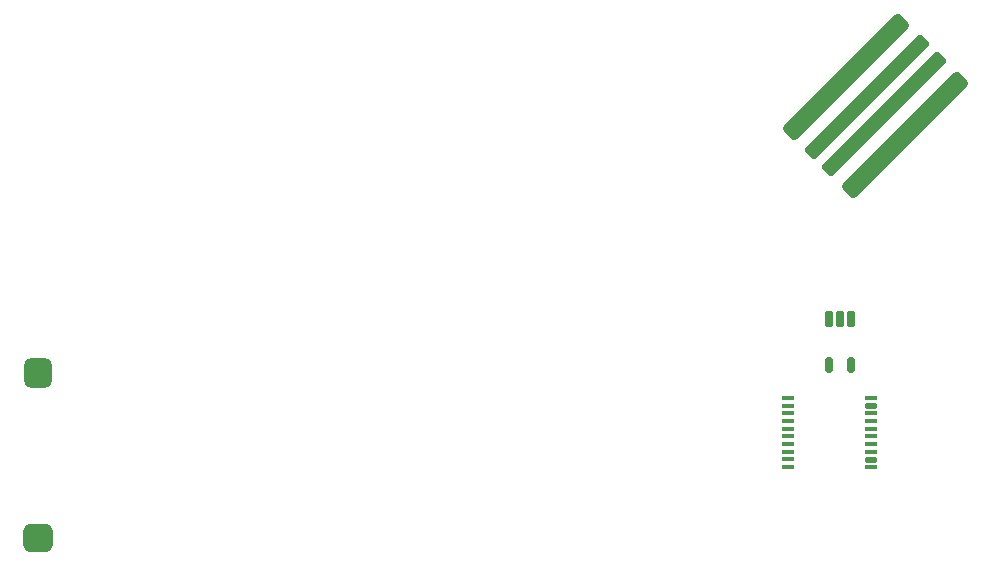
<source format=gbr>
%TF.GenerationSoftware,KiCad,Pcbnew,7.0.1*%
%TF.CreationDate,2023-07-03T20:41:50-04:00*%
%TF.ProjectId,business_card,62757369-6e65-4737-935f-636172642e6b,rev?*%
%TF.SameCoordinates,Original*%
%TF.FileFunction,Paste,Top*%
%TF.FilePolarity,Positive*%
%FSLAX46Y46*%
G04 Gerber Fmt 4.6, Leading zero omitted, Abs format (unit mm)*
G04 Created by KiCad (PCBNEW 7.0.1) date 2023-07-03 20:41:50*
%MOMM*%
%LPD*%
G01*
G04 APERTURE LIST*
G04 Aperture macros list*
%AMRoundRect*
0 Rectangle with rounded corners*
0 $1 Rounding radius*
0 $2 $3 $4 $5 $6 $7 $8 $9 X,Y pos of 4 corners*
0 Add a 4 corners polygon primitive as box body*
4,1,4,$2,$3,$4,$5,$6,$7,$8,$9,$2,$3,0*
0 Add four circle primitives for the rounded corners*
1,1,$1+$1,$2,$3*
1,1,$1+$1,$4,$5*
1,1,$1+$1,$6,$7*
1,1,$1+$1,$8,$9*
0 Add four rect primitives between the rounded corners*
20,1,$1+$1,$2,$3,$4,$5,0*
20,1,$1+$1,$4,$5,$6,$7,0*
20,1,$1+$1,$6,$7,$8,$9,0*
20,1,$1+$1,$8,$9,$2,$3,0*%
G04 Aperture macros list end*
%ADD10RoundRect,0.600000X-0.600000X-0.650000X0.600000X-0.650000X0.600000X0.650000X-0.600000X0.650000X0*%
%ADD11RoundRect,0.600000X-0.650000X-0.600000X0.650000X-0.600000X0.650000X0.600000X-0.650000X0.600000X0*%
%ADD12RoundRect,0.400000X-4.949747X-4.384062X-4.384062X-4.949747X4.949747X4.384062X4.384062X4.949747X0*%
%ADD13RoundRect,0.325000X-4.949747X-4.490128X-4.490128X-4.949747X4.949747X4.490128X4.490128X4.949747X0*%
%ADD14RoundRect,0.100000X0.400000X0.100000X-0.400000X0.100000X-0.400000X-0.100000X0.400000X-0.100000X0*%
%ADD15RoundRect,0.093750X0.406250X0.093750X-0.406250X0.093750X-0.406250X-0.093750X0.406250X-0.093750X0*%
%ADD16RoundRect,0.118750X0.381250X0.118750X-0.381250X0.118750X-0.381250X-0.118750X0.381250X-0.118750X0*%
%ADD17RoundRect,0.106250X0.393750X0.106250X-0.393750X0.106250X-0.393750X-0.106250X0.393750X-0.106250X0*%
%ADD18RoundRect,0.150000X0.150000X-0.550000X0.150000X0.550000X-0.150000X0.550000X-0.150000X-0.550000X0*%
%ADD19RoundRect,0.150000X0.150000X-0.500000X0.150000X0.500000X-0.150000X0.500000X-0.150000X-0.500000X0*%
G04 APERTURE END LIST*
D10*
%TO.C,BZ1*%
X45000000Y-61000000D03*
D11*
X45000000Y-75000000D03*
%TD*%
D12*
%TO.C,J1*%
X113400000Y-35900000D03*
D13*
X115167767Y-37667767D03*
X116581981Y-39081980D03*
D12*
X118349747Y-40849747D03*
%TD*%
D14*
%TO.C,U1*%
X108500000Y-68965000D03*
X108500000Y-68315000D03*
X108500000Y-67665000D03*
X108500000Y-67015000D03*
D15*
X108500000Y-66352500D03*
D14*
X108500000Y-65715000D03*
X108500000Y-65065000D03*
X108500000Y-64415000D03*
X108500000Y-63765000D03*
X108500000Y-63115000D03*
X115500000Y-63115000D03*
D16*
X115500000Y-63802500D03*
D14*
X115500000Y-64415000D03*
X115500000Y-65065000D03*
X115500000Y-65715000D03*
D15*
X115500000Y-66352500D03*
D14*
X115500000Y-67015000D03*
X115500000Y-67665000D03*
D17*
X115500000Y-68327500D03*
D14*
X115500000Y-68965000D03*
%TD*%
D18*
%TO.C,U2*%
X111900000Y-56400000D03*
X112850000Y-56400000D03*
X113800000Y-56400000D03*
D19*
X113800000Y-60350000D03*
X111900000Y-60350000D03*
%TD*%
M02*

</source>
